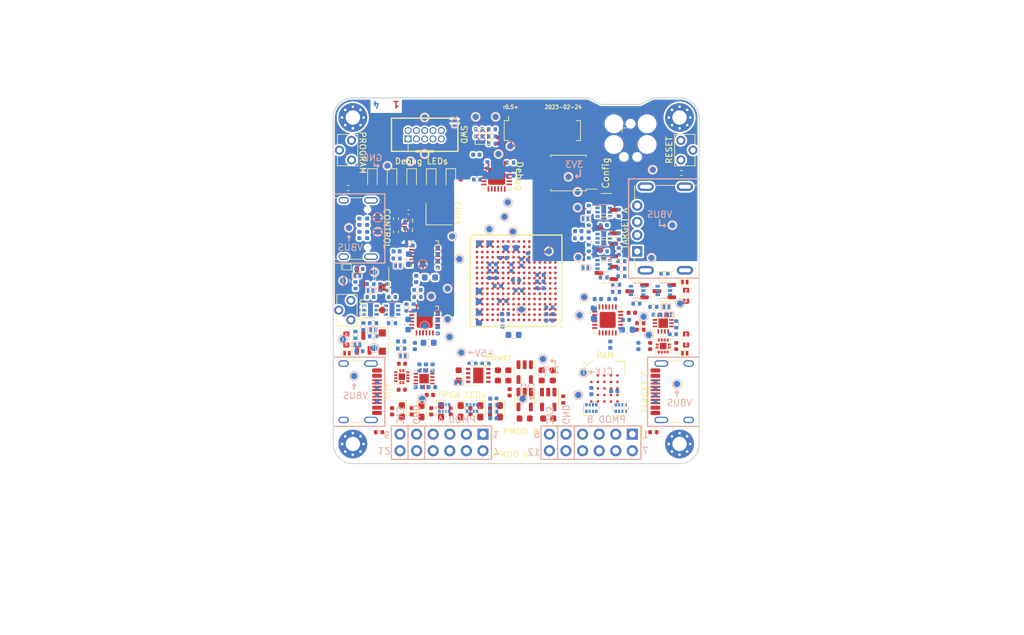
<source format=kicad_pcb>
(kicad_pcb (version 20211014) (generator pcbnew)
  (title_block (title "LUNA USB Multitool") (date "2023-02-24") (rev "r0.5+") (company "Copyright 2019-2023 Great Scott Gadgets") (comment 1 "Licensed under the CERN-OHL-P v2"))
  (layers (0 "F.Cu" signal) (1 "In1.Cu" signal) (2 "In2.Cu" signal) (31 "B.Cu" signal) (34 "B.Paste" user) (35 "F.Paste" user) (36 "B.SilkS" user "B.Silkscreen") (37 "F.SilkS" user "F.Silkscreen") (38 "B.Mask" user) (39 "F.Mask" user) (44 "Edge.Cuts" user))
  (net 0 "")
  (net 1 "+3V3")
  (net 2 "GND")
  (net 3 "+5V")
  (net 4 "+2V5")
  (net 5 "+1V1")
  (net 6 "Net-(C19-Pad2)")
  (net 7 "Net-(C21-Pad1)")
  (net 8 "VCCRAM")
  (net 9 "Net-(C36-Pad1)")
  (net 10 "Net-(C42-Pad1)")
  (net 11 "Net-(C48-Pad1)")
  (net 12 "Net-(D10-Pad1)")
  (net 13 "Net-(D11-Pad1)")
  (net 14 "Net-(D12-Pad1)")
  (net 15 "Net-(D13-Pad1)")
  (net 16 "Net-(D14-Pad1)")
  (net 18 "/Debugger and FPGA Configuration/FPGA_TMS")
  (net 19 "/Debugger and FPGA Configuration/FPGA_TCK")
  (net 20 "/Debugger and FPGA Configuration/~{FPGA_INIT}")
  (net 21 "/Debugger and FPGA Configuration/D0")
  (net 22 "/Debugger and FPGA Configuration/D1")
  (net 23 "/Debugger and FPGA Configuration/~{BTN_USER}")
  (net 24 "/Power Distribution and Monitoring/CONTROL_VBUS_EN")
  (net 25 "/Power Distribution and Monitoring/AUX_VBUS_EN")
  (net 26 "/Debugger and FPGA Configuration/FPGA_TDI")
  (net 27 "/Debugger and FPGA Configuration/FPGA_CFG2")
  (net 28 "/Debugger and FPGA Configuration/~{FPGA_PROGRAM}")
  (net 29 "/Debugger and FPGA Configuration/FPGA_INT")
  (net 31 "/Power Distribution and Monitoring/~{TARGET_C_VBUS_EN}")
  (net 32 "/Power Distribution and Monitoring/GPIO{slash}~{ALERT2}")
  (net 34 "/Debugger and FPGA Configuration/FPGA_CFG1")
  (net 35 "/Debugger and FPGA Configuration/FPGA_DONE")
  (net 36 "Net-(R8-Pad2)")
  (net 37 "Net-(R9-Pad2)")
  (net 38 "Net-(R10-Pad2)")
  (net 39 "Net-(R16-Pad2)")
  (net 40 "Net-(R17-Pad2)")
  (net 41 "Net-(R18-Pad2)")
  (net 42 "Net-(R19-Pad2)")
  (net 43 "Net-(R20-Pad2)")
  (net 44 "Net-(R21-Pad2)")
  (net 45 "Net-(D2-Pad1)")
  (net 46 "Net-(D3-Pad1)")
  (net 47 "Net-(D4-Pad1)")
  (net 48 "Net-(D5-Pad1)")
  (net 49 "Net-(D6-Pad1)")
  (net 50 "Net-(D7-Pad1)")
  (net 53 "Net-(IC1-PadB6)")
  (net 54 "Net-(IC1-PadB7)")
  (net 58 "Net-(IC1-PadC6)")
  (net 59 "Net-(IC1-PadC7)")
  (net 71 "/Power Distribution and Monitoring/~{PWRDN}")
  (net 74 "/Debugger and FPGA Configuration/FPGA_CFG0")
  (net 79 "/Debugger and FPGA Configuration/FPGA_CONFIG_CLK")
  (net 81 "/Debugger and FPGA Configuration/~{CS_DI}")
  (net 82 "/Debugger and FPGA Configuration/D3")
  (net 84 "/Power Distribution and Monitoring/SCL")
  (net 102 "Net-(D16-Pad2)")
  (net 103 "/Debugger and FPGA Configuration/FPGA_TDO")
  (net 104 "/Debugger and FPGA Configuration/D2")
  (net 107 "/Power Distribution and Monitoring/SDA")
  (net 133 "/RAM/RAM.~{RESET}")
  (net 139 "/RAM/RAM.~{CK}")
  (net 140 "/RAM/RAM.CK")
  (net 141 "/RAM/RAM.DQ2")
  (net 146 "Net-(IC1-PadE13)")
  (net 147 "/LEDs and Pmod/LED0")
  (net 148 "/LEDs and Pmod/LED3")
  (net 149 "/RAM/RAM.DQ3")
  (net 150 "/RAM/RAM.~{CS}")
  (net 153 "Net-(IC1-PadA3)")
  (net 154 "Net-(IC1-PadA4)")
  (net 155 "Net-(IC1-PadA5)")
  (net 156 "Net-(IC1-PadA6)")
  (net 159 "Net-(C57-Pad1)")
  (net 160 "Net-(IC1-PadD13)")
  (net 161 "/LEDs and Pmod/LED1")
  (net 162 "/RAM/RAM.DQ1")
  (net 163 "/RAM/RAM.RWDS")
  (net 164 "Net-(R11-Pad2)")
  (net 165 "/PMOD_B1")
  (net 166 "/PMOD_B0")
  (net 167 "/PMOD_B7")
  (net 168 "/PMOD_B6")
  (net 169 "/PMOD_B5")
  (net 170 "/PMOD_B4")
  (net 171 "/PMOD_B3")
  (net 172 "/PMOD_B2")
  (net 173 "/PMOD_A0")
  (net 174 "/PMOD_A1")
  (net 175 "/PMOD_A2")
  (net 176 "/PMOD_A3")
  (net 177 "/PMOD_A4")
  (net 178 "/PMOD_A5")
  (net 179 "/PMOD_A6")
  (net 180 "/PMOD_A7")
  (net 181 "Net-(IC1-PadC13)")
  (net 182 "/RAM/RAM.DQ5")
  (net 183 "/RAM/RAM.DQ0")
  (net 184 "/RAM/RAM.DQ4")
  (net 185 "Net-(IC1-PadB13)")
  (net 190 "/RAM/RAM.DQ7")
  (net 191 "/RAM/RAM.DQ6")
  (net 192 "/Clock and Pmod/CLKIN_60MHZ")
  (net 193 "Net-(C5-Pad1)")
  (net 194 "/LEDs and Pmod/LED5")
  (net 195 "/LEDs and Pmod/LED4")
  (net 196 "Net-(C23-Pad2)")
  (net 197 "/LEDs and Pmod/LED2")
  (net 198 "Net-(J1-PadS1)")
  (net 199 "Net-(J2-PadS1)")
  (net 201 "/Power Distribution and Monitoring/SLOW{slash}~{ALERT}")
  (net 202 "Net-(J3-Pad5)")
  (net 203 "Net-(D9-Pad2)")
  (net 204 "Net-(J4-PadS1)")
  (net 205 "/Debugger and FPGA Configuration/~{BTN_RESET}")
  (net 206 "Net-(R7-Pad2)")
  (net 207 "Net-(R52-Pad2)")
  (net 208 "/Debugger and FPGA Configuration/~{BTN_PROGRAM}")
  (net 210 "Net-(C63-Pad1)")
  (net 211 "/Power Distribution and Monitoring/TARGET_A_VBUS")
  (net 212 "/Power Distribution and Monitoring/TARGET_C_VBUS")
  (net 213 "Net-(D27-Pad1)")
  (net 214 "Net-(D27-Pad2)")
  (net 215 "CONTROL_VBUS_IN")
  (net 216 "TARGET_A_VBUS_IN")
  (net 217 "Net-(Q3-Pad2)")
  (net 218 "Net-(Q3-Pad3)")
  (net 219 "Net-(Q3-Pad5)")
  (net 220 "Net-(D28-Pad1)")
  (net 221 "AUX_VBUS_IN")
  (net 222 "Net-(D28-Pad2)")
  (net 223 "Net-(D29-Pad1)")
  (net 224 "TARGET_C_VBUS_IN")
  (net 225 "Net-(Q8-Pad2)")
  (net 226 "Net-(Q8-Pad5)")
  (net 227 "CONTROL_SENSE+")
  (net 228 "CONTROL_SENSE-")
  (net 229 "TARGET_A_SENSE-")
  (net 230 "TARGET_A_SENSE+")
  (net 231 "AUX_SENSE-")
  (net 232 "AUX_SENSE+")
  (net 233 "TARGET_C_SENSE-")
  (net 234 "TARGET_C_SENSE+")
  (net 235 "Net-(D17-Pad1)")
  (net 236 "Net-(D17-Pad2)")
  (net 237 "Net-(D20-Pad2)")
  (net 238 "Net-(D21-Pad1)")
  (net 239 "Net-(D21-Pad2)")
  (net 240 "Net-(Q11-Pad2)")
  (net 241 "Net-(Q11-Pad3)")
  (net 242 "Net-(Q11-Pad5)")
  (net 243 "Net-(Q11-Pad6)")
  (net 244 "Net-(D1-Pad2)")
  (net 245 "Net-(D8-Pad2)")
  (net 246 "Net-(R81-Pad2)")
  (net 262 "AUX_VBUS_CLAMPED")
  (net 263 "TARGET_C_VBUS_CLAMPED")
  (net 267 "Net-(D29-Pad2)")
  (net 268 "/Debugger and FPGA Configuration/MCU_SWDIO")
  (net 269 "/Debugger and FPGA Configuration/MCU_SWDCLK")
  (net 270 "/CONTROL Port/CONTROL_CC1")
  (net 271 "/CONTROL Port/CONTROL_PHY_1V8")
  (net 272 "/TARGET Port/TARGET_PHY_1V8")
  (net 273 "/TARGET Port/TARGET_VCONN")
  (net 274 "/CONTROL Port/CONTROL_CC2")
  (net 275 "/AUX Port/AUX_PHY_1V8")
  (net 276 "/AUX Port/AUX_VCONN")
  (net 277 "/AUX Port/AUX_CC1S")
  (net 278 "/AUX Port/AUX_CC2S")
  (net 279 "/TARGET Port/TARGET_CC1S")
  (net 280 "/TARGET Port/TARGET_CC2S")
  (net 281 "/CONTROL Port/CONTROL_RESET_DETECT")
  (net 282 "/CONTROL Port/CONTROL_VBUS_CLAMPED")
  (net 283 "/CONTROL Port/CONTROL_VBUS")
  (net 284 "/AUX Port/AUX_VBUS")
  (net 285 "/AUX Port/AUX_SCL")
  (net 286 "/AUX Port/AUX_SDA")
  (net 287 "/AUX Port/~{AUX_INT}")
  (net 288 "/AUX Port/~{AUX_FAULT}")
  (net 289 "/AUX Port/AUX_SBU2S")
  (net 290 "/AUX Port/AUX_SBU1S")
  (net 291 "/AUX Port/AUX.DATA4")
  (net 292 "/AUX Port/AUX.DATA5")
  (net 293 "/AUX Port/AUX.DATA3")
  (net 294 "/AUX Port/AUX.DATA2")
  (net 295 "/AUX Port/AUX.DATA7")
  (net 296 "/AUX Port/AUX.DATA6")
  (net 297 "/AUX Port/AUX.DATA1")
  (net 298 "/AUX Port/AUX.DATA0")
  (net 299 "/AUX Port/AUX.NXT")
  (net 300 "/AUX Port/AUX.DIR")
  (net 301 "/AUX Port/AUX.STP")
  (net 302 "/AUX Port/~{AUX_VBUS_IN_EN}")
  (net 303 "/AUX Port/AUX.~{RESET}")
  (net 304 "/AUX Port/AUX.CLK")
  (net 305 "/TARGET Port/TARGET_SBU2S")
  (net 306 "/TARGET Port/~{TARGET_FAULT}")
  (net 307 "/AUX Port/~{CONTROL_VBUS_IN_EN}")
  (net 308 "/TARGET Port/TARGET.STP")
  (net 309 "/TARGET Port/TARGET.DATA1")
  (net 310 "/CONTROL Port/CONTROL.DATA7")
  (net 311 "/TARGET Port/~{TARGET_INT}")
  (net 312 "/TARGET Port/TARGET_SBU1S")
  (net 313 "/TARGET Port/TARGET.~{RESET}")
  (net 314 "/TARGET Port/TARGET.DATA3")
  (net 315 "/TARGET Port/TARGET.DATA7")
  (net 316 "/CONTROL Port/CONTROL.DATA5")
  (net 317 "/CONTROL Port/CONTROL.DATA6")
  (net 318 "/TARGET Port/TARGET.DIR")
  (net 319 "/TARGET Port/TARGET.DATA0")
  (net 320 "/TARGET Port/TARGET.DATA2")
  (net 321 "/CONTROL Port/CONTROL.~{RESET}")
  (net 322 "/CONTROL Port/CONTROL.DATA4")
  (net 323 "/TARGET Port/TARGET.CLK")
  (net 324 "/TARGET Port/TARGET.NXT")
  (net 325 "/TARGET Port/TARGET.DATA5")
  (net 326 "/TARGET Port/TARGET.DATA4")
  (net 327 "/CONTROL Port/~{FPGA_SELF_PROGRAM}")
  (net 328 "/CONTROL Port/CONTROL.DATA1")
  (net 329 "/CONTROL Port/CONTROL.DATA3")
  (net 330 "/CONTROL Port/CONTROL.DATA2")
  (net 331 "/TARGET Port/TARGET_FS_MONITOR_D-")
  (net 332 "/TARGET Port/TARGET.DATA6")
  (net 333 "/CONTROL Port/CONTROL.CLK")
  (net 334 "/CONTROL Port/CONTROL.NXT")
  (net 335 "/CONTROL Port/CONTROL.DATA0")
  (net 336 "/TARGET Port/TARGET_FS_MONITOR_D+")
  (net 337 "/CONTROL Port/CONTROL.STP")
  (net 338 "/CONTROL Port/CONTROL.DIR")
  (net 339 "/AUX Port/AUX_CC1")
  (net 340 "/AUX Port/AUX_D+")
  (net 341 "/AUX Port/AUX_D-")
  (net 342 "/AUX Port/AUX_SBU1")
  (net 343 "/AUX Port/AUX_CC2")
  (net 344 "/AUX Port/AUX_SBU2")
  (net 345 "/CONTROL Port/CONTROL_D+")
  (net 346 "/CONTROL Port/CONTROL_D-")
  (net 347 "/TARGET Port/TARGET_D-")
  (net 348 "/TARGET Port/TARGET_D+")
  (net 349 "/TARGET Port/TARGET_CC1")
  (net 350 "/TARGET Port/TARGET_SBU1")
  (net 351 "/TARGET Port/TARGET_CC2")
  (net 352 "/TARGET Port/TARGET_SBU2")
  (net 353 "/CONTROL Port/CONTROL_SWITCH")
  (net 354 "/CONTROL Port/CONTROL_MCU_D-")
  (net 355 "/CONTROL Port/CONTROL_MCU_D+")
  (net 356 "/CONTROL Port/CONTROL_FPGA_D-")
  (net 357 "/CONTROL Port/CONTROL_FPGA_D+")
  (net 358 "Net-(Q10-Pad2)")
  (net 359 "Net-(Q10-Pad5)")
  (net 360 "/Power Distribution and Monitoring/TARGET_A_DISCHARGE")
  (net 361 "Net-(Q3-Pad6)")
  (net 362 "Net-(Q8-Pad3)")
  (net 363 "Net-(Q8-Pad6)")
  (net 364 "Net-(Q13-Pad2)")
  (net 365 "Net-(Q13-Pad5)")
  (net 366 "Net-(Q14-Pad2)")
  (net 367 "Net-(Q14-Pad5)")
  (net 368 "Net-(Q15-Pad2)")
  (footprint "LED_SMD:LED_0603_1608Metric_Pad1.05x0.95mm_HandSolder" (layer "F.Cu") (at 122 76.5 -90)
    (fp_text reference "D14" hide)
    (fp_text value "ICE BLUE" hide)
  )
  (footprint "Capacitor_SMD:C_0402_1005Metric" (layer "F.Cu") (at 118.8 109.5 180)
    (fp_text reference "C49" hide)
    (fp_text value "0.1uF" hide)
  )
  (footprint "Package_DFN_QFN:VQFN-24-1EP_4x4mm_P0.5mm_EP2.45x2.45mm" (layer "F.Cu") (at 146 98)
    (fp_text reference "U9" hide)
    (fp_text value "USB3343-CP" hide)
  )
  (footprint "Resistor_SMD:R_0402_1005Metric" (layer "F.Cu") (at 149.7 96.9 180)
    (fp_text reference "R19" hide)
    (fp_text value "20k" hide)
  )
  (footprint "LED_SMD:LED_0603_1608Metric_Pad1.05x0.95mm_HandSolder" (layer "F.Cu") (at 113 76.5 -90)
    (fp_text reference "D11" hide)
    (fp_text value "PINK" hide)
  )
  (footprint "Package_DFN_QFN:QFN-24-1EP_4x4mm_P0.5mm_EP2.6x2.6mm" (layer "F.Cu") (at 129 76)
    (fp_text reference "U6" hide)
    (fp_text value "ATSAMD11D14A-MUT" hide)
  )
  (footprint "Capacitor_SMD:C_0603_1608Metric" (layer "F.Cu") (at 135.9 106.5 90)
    (fp_text reference "C30" hide)
    (fp_text value "1uF" hide)
  )
  (footprint "Capacitor_SMD:C_0603_1608Metric" (layer "F.Cu") (at 130.8 106.5 -90)
    (fp_text reference "C28" hide)
    (fp_text value "1uF" hide)
  )
  (footprint "Package_DFN_QFN:DFN-8-1EP_3x3mm_P0.65mm_EP1.55x2.4mm" (layer "F.Cu") (at 126.2 106.5 180)
    (fp_text reference "U3" hide)
    (fp_text value "AP7361EA-33" hide)
  )
  (footprint "LED_SMD:LED_0603_1608Metric_Pad1.05x0.95mm_HandSolder" (layer "F.Cu") (at 116 76.5 -90)
    (fp_text reference "D12" hide)
    (fp_text value "WHITE" hide)
  )
  (footprint "LED_SMD:LED_0603_1608Metric_Pad1.05x0.95mm_HandSolder" (layer "F.Cu") (at 119 76.5 -90)
    (fp_text reference "D13" hide)
    (fp_text value "PINK" hide)
  )
  (footprint "Package_DFN_QFN:VQFN-24-1EP_4x4mm_P0.5mm_EP2.45x2.45mm" (layer "F.Cu") (at 118 98 180)
    (fp_text reference "U11" hide)
    (fp_text value "USB3343-CP" hide)
  )
  (footprint "LED_SMD:LED_0603_1608Metric_Pad1.05x0.95mm_HandSolder" (layer "F.Cu") (at 110 76.5 -90)
    (fp_text reference "D10" hide)
    (fp_text value "ICE BLUE" hide)
  )
  (footprint "Diode_SMD:D_SOD-123F" (layer "F.Cu") (at 111.5 91.6 90)
    (fp_text reference "D8" hide)
    (fp_text value "D" hide)
  )
  (footprint "Capacitor_SMD:C_0603_1608Metric" (layer "F.Cu") (at 123.2 106.5 90)
    (fp_text reference "C6" hide)
    (fp_text value "1uF" hide)
  )
  (footprint "Capacitor_SMD:C_0603_1608Metric" (layer "F.Cu") (at 129.2 106.5 90)
    (fp_text reference "C20" hide)
    (fp_text value "2.2uF" hide)
  )
  (footprint "Diode_SMD:D_SOD-123F" (layer "F.Cu") (at 111.5 101.4 -90)
    (fp_text reference "D1" hide)
    (fp_text value "D" hide)
  )
  (footprint "Package_TO_SOT_SMD:SOT-23-5" (layer "F.Cu") (at 133.3 106 -90)
    (fp_text reference "U5" hide)
    (fp_text value "MIC5504-2.5YM5" hide)
  )
  (footprint "Capacitor_SMD:C_0603_1608Metric" (layer "F.Cu") (at 133.3 113.1 180)
    (fp_text reference "C29" hide)
    (fp_text value "1uF" hide)
  )
  (footprint "Crystal:Crystal_SMD_3225-4Pin_3.2x2.5mm" (layer "F.Cu") (at 120.2 81.8)
    (fp_text reference "Y1" hide)
    (fp_text value "Osc60MHz" hide)
  )
  (footprint "Capacitor_SMD:C_0402_1005Metric" (layer "F.Cu") (at 131 109.1 -90)
    (fp_text reference "C27" hide)
    (fp_text value "0.1uF" hide)
  )
  (footprint "Package_SO:SOIC-8_5.23x5.23mm_P1.27mm" (layer "F.Cu") (at 140 75.5 180)
    (fp_text reference "U7" hide)
    (fp_text value "W25Q32JVSS" hide)
  )
  (footprint "luna:WLCSP-16_2.225x2.170mm_Layout4x4_P0.5mm" (layer "F.Cu") (at 126.9 69.9 -90)
    (fp_text reference "U1" hide)
    (fp_text value "PAC195X-1-WLCSP" hide)
  )
  (footprint "Package_TO_SOT_SMD:SOT-23-5" (layer "F.Cu") (at 133.3 110.2 -90)
    (fp_text reference "U4" hide)
    (fp_text value "TCR2EF115" hide)
  )
  (footprint "Package_DFN_QFN:WQFN-14-1EP_2.5x2.5mm_P0.5mm_EP1.45x1.45mm" (layer "F.Cu") (at 117.9 107 90)
    (fp_text reference "U12" hide)
    (fp_text value "FUSB302BMPX" hide)
  )
  (footprint "luna:R_0603_1608Metric_Current_Sense" (layer "F.Cu") (at 158 94.3 90)
    (fp_text reference "R2" hide)
    (fp_text value "0.02±1%" hide)
  )
  (footprint "luna:R_0603_1608Metric_Current_Sense" (layer "F.Cu") (at 106 92 -90)
    (fp_text reference "R1" hide)
    (fp_text value "0.02±1%" hide)
  )
  (footprint "luna:USB_A_Kycon_KUSBXHT-SB-AS1N-B30-NF_Horizontal" (layer "F.Cu") (at 150.525 87.5 90)
    (fp_text reference "J3" hide)
    (fp_text value "USB_A" hide)
  )
  (footprint "Capacitor_SMD:C_0402_1005Metric" (layer "F.Cu") (at 117.5 81.8 -90)
    (fp_text reference "C10" hide)
    (fp_text value "0.1uF" hide)
  )
  (footprint "LED_SMD:LED_0603_1608Metric_Pad1.05x0.95mm_HandSolder" (layer "F.Cu") (at 129.5 112 -90)
    (fp_text reference "D7" hide)
    (fp_text value "PURPLE" hide)
  )
  (footprint "LED_SMD:LED_0603_1608Metric_Pad1.05x0.95mm_HandSolder" (layer "F.Cu") (at 120.5 112 -90)
    (fp_text reference "D4" hide)
    (fp_text value "YELLOW" hide)
  )
  (footprint "LED_SMD:LED_0603_1608Metric_Pad1.05x0.95mm_HandSolder" (layer "F.Cu") (at 117.5 112 -90)
    (fp_text reference "D3" hide)
    (fp_text value "ORANGE" hide)
  )
  (footprint "Resistor_SMD:R_0402_1005Metric" (layer "F.Cu") (at 122 112 90)
    (fp_text reference "R29" hide)
    (fp_text value "10k" hide)
  )
  (footprint "Resistor_SMD:R_0402_1005Metric" (layer "F.Cu") (at 128 112 90)
    (fp_text reference "R31" hide)
    (fp_text value "2.2k" hide)
  )
  (footprint "Resistor_SMD:R_0402_1005Metric" (layer "F.Cu") (at 113 112 90)
    (fp_text reference "R26" hide)
    (fp_text value "1k" hide)
  )
  (footprint "LED_SMD:LED_0603_1608Metric_Pad1.05x0.95mm_HandSolder" (layer "F.Cu") (at 123.5 112 -90)
    (fp_text reference "D5" hide)
    (fp_text value "GREEN" hide)
  )
  (footprint "Resistor_SMD:R_0402_1005Metric" (layer "F.Cu") (at 119 112 90)
    (fp_text reference "R28" hide)
    (fp_text value "1k" hide)
  )
  (footprint "LED_SMD:LED_0603_1608Metric_Pad1.05x0.95mm_HandSolder" (layer "F.Cu") (at 114.5 112 -90)
    (fp_text reference "D2" hide)
    (fp_text value "RED" hide)
  )
  (footprint "Resistor_SMD:R_0402_1005Metric" (layer "F.Cu") (at 116 112 90)
    (fp_text reference "R27" hide)
    (fp_text value "1k" hide)
  )
  (footprint "Resistor_SMD:R_0402_1005Metric" (layer "F.Cu") (at 125 112 90)
    (fp_text reference "R30" hide)
    (fp_text value "2.2k" hide)
  )
  (footprint "LED_SMD:LED_0603_1608Metric_Pad1.05x0.95mm_HandSolder" (layer "F.Cu") (at 126.5 112 -90)
    (fp_text reference "D6" hide)
    (fp_text value "BLUE" hide)
  )
  (footprint "Package_DFN_QFN:VQFN-24-1EP_4x4mm_P0.5mm_EP2.45x2.45mm" (layer "F.Cu") (at 118 88 180)
    (fp_text reference "U8" hide)
    (fp_text value "USB3343-CP" hide)
  )
  (footprint "Resistor_SMD:R_0402_1005Metric" (layer "F.Cu") (at 114.5 76 -90)
    (fp_text reference "R8" hide)
    (fp_text value "2.2k" hide)
  )
  (footprint "Resistor_SMD:R_0402_1005Metric" (layer "F.Cu") (at 111.5 76 -90)
    (fp_text reference "R7" hide)
    (fp_text value "5.1k" hide)
  )
  (footprint "Resistor_SMD:R_0402_1005Metric" (layer "F.Cu") (at 123.5 76 -90)
    (fp_text reference "R11" hide)
    (fp_text value "5.1k" hide)
  )
  (footprint "Resistor_SMD:R_0402_1005Metric" (layer "F.Cu") (at 120.5 76 -90)
    (fp_text reference "R10" hide)
    (fp_text value "2.2k" hide)
  )
  (footprint "Resistor_SMD:R_0402_1005Metric" (layer "F.Cu") (at 117.5 76 -90)
    (fp_text reference "R9" hide)
    (fp_text value "2.2k" hide)
  )
  (footprint "Capacitor_SMD:C_0402_1005Metric" (layer "F.Cu") (at 129.2 70.5 90)
    (fp_text reference "C40" hide)
    (fp_text value "C" hide)
  )
  (footprint "luna:R_0603_1608Metric_Current_Sense" (layer "F.Cu") (at 106 101 -90)
    (fp_text reference "R42" hide)
    (fp_text value "0.02±1%" hide)
  )
  (footprint "luna:SW_Tactile_SPST_Angled_TC-1109DE-B-F" (layer "F.Cu") (at 157.2 73.5 -90)
    (fp_text reference "SW2" hide)
    (fp_text value "BTN_RESET" hide)
  )
  (footprint "luna:SW_Tactile_SPST_Angled_TC-1109DE-B-F" (layer "F.Cu") (at 106.8 70.5 90)
    (fp_text reference "SW1" hide)
    (fp_text value "BTN_PROGRAM" hide)
  )
  (footprint "Connector:Tag-Connect_TC2030-IDC-FP_2x03_P1.27mm_Vertical" (layer "F.Cu") (at 149.5 70.5 -90)
    (fp_text reference "J10" hide)
    (fp_text value "TC_SWD" hide)
  )
  (footprint "luna:PinSocket_2x06_P2.54mm_PMOD" (layer "F.Cu") (at 126.92 115.5 90)
    (fp_text reference "J7" hide)
    (fp_text value "PMOD_A" hide)
  )
  (footprint "luna:PinSocket_2x06_P2.54mm_PMOD" (layer "F.Cu") (at 149.78 115.5 90)
    (fp_text reference "J8" hide)
    (fp_text value "PMOD_B" hide)
  )
  (footprint "luna:lattice_cabga256" (layer "F.Cu") (at 132 92 180)
    (fp_text reference "IC1" hide)
    (fp_text value "ECP5-BGA256" hide)
  )
  (footprint "luna:USB_C_Receptacle_HRO_TYPE-C-31-M-12" (layer "F.Cu") (at 106.65 109 -90)
    (fp_text reference "J1" hide)
    (fp_text value "USB_C_Receptacle_USB2.0" hide)
  )
  (footprint "luna:USB_C_Receptacle_HRO_TYPE-C-31-M-12" (layer "F.Cu") (at 106.65 84 -90)
    (fp_text reference "J2" hide)
    (fp_text value "USB_C_Receptacle_USB2.0" hide)
  )
  (footprint "luna:USB_C_Receptacle_HRO_TYPE-C-31-M-12" (layer "F.Cu") (at 157.35 109 90)
    (fp_text reference "J4" hide)
    (fp_text value "USB_C_Receptacle_USB2.0" hide)
  )
  (footprint "luna:BGA-24_5x5_6.0x8.0mm" (layer "F.Cu") (at 145.5 108.5)
    (fp_text reference "U10")
    (fp_text value "HyperRAM" hide)
  )
  (footprint "luna:SWD_CONNECTOR_LARGE_BOX" (layer "F.Cu") (at 118 69.635)
    (fp_text reference "J6" hide)
    (fp_text value "MCU_SWD" hide)
  )
  (footprint "Package_DFN_QFN:WQFN-14-1EP_2.5x2.5mm_P0.5mm_EP1.45x1.45mm" (layer "F.Cu") (at 154.5 98.5 180)
    (fp_text reference "U2" hide)
    (fp_text value "FUSB302BMPX" hide)
  )
  (footprint "Capacitor_SMD:C_0603_1608Metric" (layer "F.Cu") (at 137.6 106.5 90)
    (fp_text reference "C59" hide)
    (fp_text value "1uF" hide)
  )
  (footprint "Resistor_SMD:R_0402_1005Metric" (layer "F.Cu") (at 153 115.2)
    (fp_text reference "R50" hide)
    (fp_text value "0" hide)
  )
  (footprint "Capacitor_SMD:C_0402_1005Metric" (layer "F.Cu") (at 114.52 104.7)
    (fp_text reference "C58" hide)
    (fp_text value "0.1uF" hide)
  )
  (footprint "Package_TO_SOT_SMD:SOT-23-5" (layer "F.Cu") (at 136.9 110.2 -90)
    (fp_text reference "U15" hide)
    (fp_text value "MIC5504-1.8YM5" hide)
  )
  (footprint "Capacitor_SMD:C_0402_1005Metric" (layer "F.Cu") (at 152.5 102 90)
    (fp_text reference "C56" hide)
    (fp_text value "0.1uF" hide)
  )
  (footprint "luna:R_0603_1608Metric_Current_Sense" (layer "F.Cu") (at 158 101 -90)
    (fp_text reference "R59" hide)
    (fp_text value "0.02±1%" hide)
  )
  (footprint "Capacitor_SMD:C_0402_1005Metric" (layer "F.Cu") (at 114.5 108.7)
    (fp_text reference "C63" hide)
    (fp_text value "0.1uF" hide)
  )
  (footprint "Resistor_SMD:R_0402_1005Metric" (layer "F.Cu") (at 111 115.2)
    (fp_text reference "R43" hide)
    (fp_text value "0" hide)
  )
  (footprint "Package_TO_SOT_SMD:SOT-23-3" (layer "F.Cu") (at 108.6 91.5 -90)
    (fp_text reference "Q9" hide)
    (fp_text value "PMOS" hide)
  )
  (footprint "Package_TO_SOT_SMD:SOT-23-3" (layer "F.Cu") (at 145.8 83.8 180)
    (fp_text reference "Q1" hide)
    (fp_text value "PMOS" hide)
  )
  (footprint "Resistor_SMD:R_0402_1005Metric" (layer "F.Cu") (at 157.29 75.5)
    (fp_text reference "R4" hide)
    (fp_text value "0" hide)
  )
  (footprint "Capacitor_SMD:C_0603_1608Metric" (layer "F.Cu") (at 136.9 113.1 180)
    (fp_text reference "C60" hide)
    (fp_text value "1uF" hide)
  )
  (footprint "Capacitor_SMD:C_0402_1005Metric" (layer "F.Cu") (at 156.5 102 90)
    (fp_text reference "C57" hide)
    (fp_text value "0.1uF" hide)
  )
  (footprint "Package_TO_SOT_SMD:SOT-23-3" (layer "F.Cu") (at 150.5 93.6 180)
    (fp_text reference "Q6" hide)
    (fp_text value "PMOS" hide)
  )
  (footprint "Resistor_SMD:R_0402_1005Metric" (layer "F.Cu") (at 139.2 110.2 -90)
    (fp_text reference "R54" hide)
    (fp_text value "0" hide)
  )
  (footprint "Package_TO_SOT_SMD:SOT-23-3" (layer "F.Cu") (at 108.6 101.5375 90)
    (fp_text reference "Q12" hide)
    (fp_text value "PMOS" hide)
  )
  (footprint "Capacitor_SMD:C_0402_1005Metric" (layer "F.Cu") (at 115.5 81.5)
    (fp_text reference "C61" hide)
    (fp_text value "0.1uF" hide)
  )
  (footprint "luna:Diodes_UQFN2020-12_Type-B" (layer "F.Cu") (at 114.5 106.7)
    (fp_text reference "U14" hide)
    (fp_text value "DPO2036" hide)
  )
  (footprint "luna:DFN1006-2" (layer "F.Cu") (at 106.1 89.9)
    (fp_text reference "D23" hide)
    (fp_text value "TVS" hide)
  )
  (footprint "MountingHole:MountingHole_2.2mm_M2_Pad_Via" (layer "F.Cu") (at 157 117)
    (fp_text reference "H4" hide)
    (fp_text value "MountingHole" hide)
  )
  (footprint "Resistor_SMD:R_0402_1005Metric" (layer "F.Cu") (at 113.6 84.5 90)
    (fp_text reference "R56" hide)
    (fp_text value "820k" hide)
  )
  (footprint "TestPoint:TestPoint_Pad_D1.0mm" (layer "F.Cu") (at 111.5 96.5)
    (fp_text reference "TP49" hide)
    (fp_text value "TestPoint" hide)
  )
  (footprint "Package_TO_SOT_SMD:SOT-23-3" (layer "F.Cu") (at 145.8 90.8 180)
    (fp_text reference "Q4" hide)
    (fp_text value "PMOS" hide)
  )
  (footprint "luna:DFN1006-2" (layer "F.Cu") (at 106.1 103.1)
    (fp_text reference "D25" hide)
    (fp_text value "TVS" hide)
  )
  (footprint "Connector_Molex:Molex_SlimStack_55560-0401_2x20_P0.50mm_Vertical" (layer "F.Cu") (at 136 69)
    (fp_text reference "J9" hide)
    (fp_text value "Molex_SlimStack_55560-0401_2x20_P0.50mm_Vertical" hide)
  )
  (footprint "MountingHole:MountingHole_2.2mm_M2_Pad_Via" (layer "F.Cu") (at 107 67)
    (fp_text reference "H2" hide)
    (fp_text value "MountingHole" hide)
  )
  (footprint "luna:DFN1006-2" (layer "F.Cu") (at 157.8 92.2)
    (fp_text reference "D24" hide)
    (fp_text value "TVS" hide)
  )
  (footprint "Resistor_SMD:R_0402_1005Metric" (layer "F.Cu") (at 151 98.5)
    (fp_text reference "R58" hide)
    (fp_text value "1k" hide)
  )
  (footprint "Package_TO_SOT_SMD:SOT-23-3" (layer "F.Cu") (at 145.8 87.3 180)
    (fp_text reference "Q5" hide)
    (fp_text value "PMOS" hide)
  )
  (footprint "luna:Diodes_UQFN2020-12_Type-B" (layer "F.Cu") (at 154.5 102 90)
    (fp_text reference "U13" hide)
    (fp_text value "DPO2036" hide)
  )
  (footprint "luna:DFN1006-2" (layer "F.Cu") (at 157.8 103.1)
    (fp_text reference "D26" hide)
    (fp_text value "TVS" hide)
  )
  (footprint "luna:SW_Tactile_SPST_Angled_TC-1109DE-B-F" (layer "F.Cu") (at 106.7 95 90)
    (fp_text reference "SW3" hide)
    (fp_text value "BTN_USER" hide)
  )
  (footprint "Resistor_SMD:R_0402_1005Metric" (layer "F.Cu") (at 106.29 77.8)
    (fp_text reference "R51" hide)
    (fp_text value "0" hide)
  )
  (footprint "MountingHole:MountingHole_2.2mm_M2_Pad_Via" (layer "F.Cu") (at 157 67)
    (fp_text reference "H3" hide)
    (fp_text value "MountingHole" hide)
  )
  (footprint "MountingHole:MountingHole_2.2mm_M2_Pad_Via" (layer "F.Cu") (at 107 117)
    (fp_text reference "H1" hide)
    (fp_text value "MountingHole" hide)
  )
  (footprint "Resistor_SMD:R_0402_1005Metric" (layer "F.Cu") (at 113.6 82.5 90)
    (fp_text reference "R55" hide)
    (fp_text value "820k" hide)
  )
  (footprint "luna:Diodes_10-TQFN_ZL" (layer "F.Cu") (at 115.4 83.5)
    (fp_text reference "U16" hide)
    (fp_text value "PI3USB102G" hide)
  )
  (footprint "Package_TO_SOT_SMD:SOT-23-3" (layer "F.Cu") (at 154.6625 93.6 180)
    (fp_text reference "Q7" hide)
    (fp_text value "PMOS" hide)
  )
  (footprint "Resistor_SMD:R_0402_1005Metric" (layer "F.Cu") (at 151 99.5)
    (fp_text reference "R57" hide)
    (fp_text value "1k" hide)
  )
  (footprint "Package_TO_SOT_SMD:SOT-23-3" (layer "F.Cu") (at 145.8 80.2 180)
    (fp_text reference "Q2" hide)
    (fp_text value "PMOS" hide)
  )
  (footprint "Capacitor_SMD:C_0603_1608Metric" (layer "B.Cu") (at 131.6 100.3)
    (fp_text reference "C22" hide)
    (fp_text value "1uF" hide)
  )
  (footprint "Resistor_SMD:R_0402_1005Metric" (layer "B.Cu") (at 120 89.5 90)
    (fp_text reference "R22" hide)
    (fp_text value "10k" hide)
  )
  (footprint "TestPoint:TestPoint_Pad_D1.0mm" (layer "B.Cu") (at 130.2 82.2)
    (fp_text reference "TP14" hide)
    (fp_text value "TestPoint" hide)
  )
  (footprint "TestPoint:TestPoint_Pad_D1.0mm" (layer "B.Cu") (at 141.4 78.4)
    (fp_text reference "TP11" hide)
    (fp_text value "TestPoint" hide)
  )
  (footprint "Resistor_SMD:R_0402_1005Metric" (layer "B.Cu") (at 144.5 94.8)
    (fp_text reference "R23" hide)
    (fp_text value "10k" hide)
  )
  (footprint "Resistor_SMD:R_0402_1005Metric" (layer "B.Cu") (at 130.304 97.08 180)
    (fp_text reference "R5" hide)
    (fp_text value "2.2k" hide)
  )
  (footprint "Resistor_SMD:R_0402_1005Metric" (layer "B.Cu") (at 129.904 98.545 90)
    (fp_text reference "R6" hide)
    (fp_text value "10k" hide)
  )
  (footprint "Capacitor_SMD:C_0402_1005Metric" (layer "B.Cu") (at 131.977 91.9365)
    (fp_text reference "C9" hide)
    (fp_text value "0.1uF" hide)
  )
  (footprint "Capacitor_SMD:C_0402_1005Metric" (layer "B.Cu") (at 128.4 91.578 180)
    (fp_text reference "C16" hide)
    (fp_text value "0.1uF" hide)
  )
  (footprint "Resistor_SMD:R_0402_1005Metric" (layer "B.Cu") (at 113.7 87.5)
    (fp_text reference "R17" hide)
    (fp_text value "20k" hide)
  )
  (footprint "Capacitor_SMD:C_0402_1005Metric" (layer "B.Cu") (at 129.2 92.8)
    (fp_text reference "C8" hide)
    (fp_text value "0.1uF" hide)
  )
  (footprint "TestPoint:TestPoint_Pad_D1.0mm" (layer "B.Cu") (at 131.5 84.5)
    (fp_text reference "TP13" hide)
    (fp_text value "TestPoint" hide)
  )
  (footprint "TestPoint:TestPoint_Pad_D1.0mm" (layer "B.Cu") (at 140 76.1)
    (fp_text reference "TP3" hide)
    (fp_text value "TestPoint" hide)
  )
  (footprint "Capacitor_SMD:C_0402_1005Metric" (layer "B.Cu") (at 148.815 98 180)
    (fp_text reference "C44" hide)
    (fp_text value "0.1uF" hide)
  )
  (footprint "Capacitor_SMD:C_0603_1608Metric" (layer "B.Cu") (at 143.9 97 -90)
    (fp_text reference "C43" hide)
    (fp_text value "1uF" hide)
  )
  (footprint "Capacitor_SMD:C_0402_1005Metric" (layer "B.Cu") (at 147 108.9)
    (fp_text reference "C31" hide)
    (fp_text value "0.1uF" hide)
  )
  (footprint "Capacitor_SMD:C_0402_1005Metric" (layer "B.Cu") (at 127.6 74.3 -90)
    (fp_text reference "C34" hide)
    (fp_text value "0.1uF" hide)
  )
  (footprint "Capacitor_SMD:C_0603_1608Metric" (layer "B.Cu") (at 118.8 91.5)
    (fp_text reference "C37" hide)
    (fp_text value "1uF" hide)
  )
  (footprint "Capacitor_SMD:C_0402_1005Metric" (layer "B.Cu") (at 135.683 92.127)
    (fp_text reference "C39" hide)
    (fp_text value "0.1uF" hide)
  )
  (footprint "TestPoint:TestPoint_Pad_D1.0mm" (layer "B.Cu") (at 136.1 104)
    (fp_text reference "TP5" hide)
    (fp_text value "TestPoint" hide)
  )
  (footprint "Capacitor_SMD:C_0402_1005Metric" (layer "B.Cu") (at 133.8 88.3 90)
    (fp_text reference "C12" hide)
    (fp_text value "0.1uF" hide)
  )
  (footprint "Capacitor_SMD:C_0603_1608Metric" (layer "B.Cu") (at 126.3 97.7 90)
    (fp_text reference "C1" hide)
    (fp_text value "2.2uF" hide)
  )
  (footprint "TestPoint:TestPoint_Pad_D1.0mm" (layer "B.Cu") (at 142.3 106.1)
    (fp_text reference "TP1" hide)
    (fp_text value "TestPoint" hide)
  )
  (footprint "Capacitor_SMD:C_0402_1005Metric" (layer "B.Cu") (at 135.683 93.143)
    (fp_text reference "C33" hide)
    (fp_text value "0.1uF" hide)
  )
  (footprint "Capacitor_SMD:C_0402_1005Metric" (layer "B.Cu") (at 132.8 89.2 90)
    (fp_text reference "C7" hide)
    (fp_text value "0.1uF" hide)
  )
  (footprint "Resistor_SMD:R_0402_1005Metric" (layer "B.Cu") (at 116.7 91.715 90)
    (fp_text reference "R16" hide)
    (fp_text value "8.06k±1%" hide)
  )
  (footprint "Resistor_SMD:R_0402_1005Metric" (layer "B.Cu") (at 114.4 101.3)
    (fp_text reference "R21" hide)
    (fp_text value "20k" hide)
  )
  (footprint "Capacitor_SMD:C_0402_1005Metric" (layer "B.Cu") (at 131.27 90 90)
    (fp_text reference "C11" hide)
    (fp_text value "0.1uF" hide)
  )
  (footprint "Capacitor_SMD:C_0402_1005Metric" (layer "B.Cu") (at 135.706 91.111)
    (fp_text reference "C26" hide)
    (fp_text value "0.1uF" hide)
  )
  (footprint "Capacitor_SMD:C_0402_1005Metric" (layer "B.Cu") (at 146.4 101.8 90)
    (fp_text reference "C41" hide)
    (fp_text value "0.1uF" hide)
  )
  (footprint "Capacitor_SMD:C_0402_1005Metric" (layer "B.Cu") (at 143.5 108.9 90)
    (fp_text reference "C32" hide)
    (fp_text value "0.1uF" hide)
  )
  (footprint "Capacitor_SMD:C_0402_1005Metric" (layer "B.Cu") (at 115.7 86.6)
    (fp_text reference "C38" hide)
    (fp_text value "0.1uF" hide)
  )
  (footprint "Capacitor_SMD:C_0603_1608Metric" (layer "B.Cu") (at 149 99.5 180)
    (fp_text reference "C42" hide)
    (fp_text value "1uF" hide)
  )
  (footprint "Capacitor_SMD:C_0402_1005Metric" (layer "B.Cu") (at 116.3 96.085 90)
    (fp_text reference "C46" hide)
    (fp_text value "0.1uF" hide)
  )
  (footprint "Resistor_SMD:R_0402_1005Metric" (layer "B.Cu") (at 115 83.5 -90)
    (fp_text reference "R15" hide)
    (fp_text value "10k" hide)
  )
  (footprint "Capacitor_SMD:C_0603_1608Metric" (layer "B.Cu") (at 131.2 87)
    (fp_text reference "C4" hide)
    (fp_text value "2.2uF" hide)
  )
  (footprint "Capacitor_SMD:C_0603_1608Metric" (layer "B.Cu") (at 118.6 101.5)
    (fp_text reference "C50" hide)
    (fp_text value "1uF" hide)
  )
  (footprint "Resistor_SMD:R_0402_1005Metric" (layer "B.Cu") (at 120 99.6 90)
    (fp_text reference "R24" hide)
    (fp_text value "10k" hide)
  )
  (footprint "Resistor_SMD:R_0402_1005Metric" (layer "B.Cu") (at 116.5 102 90)
    (fp_text reference "R20" hide)
    (fp_text value "8.06k±1%" hide)
  )
  (footprint "Capacitor_SMD:C_0603_1608Metric" (layer "B.Cu") (at 115.5 98.7 -90)
    (fp_text reference "C48" hide)
    (fp_text value "1uF" hide)
  )
  (footprint "Capacitor_SMD:C_0603_1608Metric" (layer "B.Cu") (at 115.6 88.7 -90)
    (fp_text reference "C36" hide)
    (fp_text value "1uF" hide)
  )
  (footprint "Resistor_SMD:R_0402_1005Metric" (layer "B.Cu") (at 117.2 105.3 -90)
    (fp_text reference "R33" hide)
    (fp_text value "2.2k" hide)
  )
  (footprint "Capacitor_SMD:C_0402_1005Metric" (layer "B.Cu") (at 120 97.6 90)
    (fp_text reference "C18" hide)
    (fp_text value "0.1uF" hide)
  )
  (footprint "Capacitor_SMD:C_0402_1005Metric" (layer "B.Cu") (at 120 87.5 90)
    (fp_text reference "C14" hide)
    (fp_text value "0.1uF" hide)
  )
  (footprint "TestPoint:TestPoint_Pad_D1.0mm" (layer "B.Cu") (at 133 110.1)
    (fp_text reference "TP4" hide)
    (fp_text value "TestPoint" hide)
  )
  (footprint "Resistor_SMD:R_0402_1005Metric" (layer "B.Cu") (at 147.7 85.2 90)
    (fp_text reference "R41" hide)
    (fp_text value "10k" hide)
  )
  (footprint "Resistor_SMD:R_0402_1005Metric" (layer "B.Cu") (at 137.1 96.1)
    (fp_text reference "R12" hide)
    (fp_text value "10k" hide)
  )
  (footprint "Resistor_SMD:R_Array_Convex_4x0402" (layer "B.Cu") (at 125.25 111.5 -90)
    (fp_text reference "RN2" hide)
    (fp_text value "33" hide)
  )
  (footprint "Resistor_SMD:R_Array_Convex_4x0402" (layer "B.Cu") (at 121 111.5 -90)
    (fp_text reference "RN1" hide)
    (fp_text value "33" hide)
  )
  (footprint "Resistor_SMD:R_0402_1005Metric" (layer "B.Cu") (at 137.1 98.1)
    (fp_text reference "R14" hide)
    (fp_text value "10k" hide)
  )
  (footprint "Resistor_SMD:R_0402_1005Metric" (layer "B.Cu") (at 137.1 97.1)
    (fp_text reference "R13" hide)
    (fp_text value "10k" hide)
  )
  (footprint "Capacitor_SMD:C_0402_1005Metric" (layer "B.Cu") (at 130.05 88.52)
    (fp_text reference "C35" hide)
    (fp_text value "0.1uF" hide)
  )
  (footprint "Resistor_SMD:R_0402_1005Metric" (layer "B.Cu") (at 145.4 83.5 180)
    (fp_text reference "R3" hide)
    (fp_text value "33k" hide)
  )
  (footprint "Resistor_SMD:R_0402_1005Metric" (layer "B.Cu") (at 141.5 84.4 180)
    (fp_text reference "R40" hide)
    (fp_text value "2.2k" hide)
  )
  (footprint "Resistor_SMD:R_0402_1005Metric" (layer "B.Cu") (at 146.7 94.8)
    (fp_text reference "R18" hide)
    (fp_text value "8.06k±1%" hide)
  )
  (footprint "Resistor_SMD:R_0402_1005Metric" (layer "B.Cu") (at 119.1 108.3)
    (fp_text reference "R32" hide)
    (fp_text value "0" hide)
  )
  (footprint "TestPoint:TestPoint_Pad_D1.0mm" (layer "B.Cu") (at 132.8 96.4)
    (fp_text reference "TP12" hide)
    (fp_text value "TestPoint" hide)
  )
  (footprint "TestPoint:TestPoint_Pad_D1.0mm" (layer "B.Cu") (at 127.9 84.1)
    (fp_text reference "TP10" hide)
    (fp_text value "TestPoint" hide)
  )
  (footprint "Capacitor_SMD:C_0402_1005Metric" (layer "B.Cu") (at 132.4 93.5)
    (fp_text reference "C17" hide)
    (fp_text value "0.1uF" hide)
  )
  (footprint "Capacitor_SMD:C_0603_1608Metric" (layer "B.Cu") (at 126.3 94.4 -90)
    (fp_text reference "C3" hide)
    (fp_text value "2.2uF" hide)
  )
  (footprint "Resistor_SMD:R_0402_1005Metric" (layer "B.Cu") (at 125.9 72.7)
    (fp_text reference "R25" hide)
    (fp_text value "10k" hide)
  )
  (footprint "Capacitor_SMD:C_0603_1608Metric" (layer "B.Cu") (at 127.1 86.3 180)
    (fp_text reference "C2" hide)
    (fp_text value "2.2uF" hide)
  )
  (footprint "Capacitor_SMD:C_0402_1005Metric" (layer "B.Cu") (at 130 95.1 180)
    (fp_text reference "C24" hide)
    (fp_text value "0.1uF" hide)
  )
  (footprint "Capacitor_SMD:C_0402_1005Metric" (layer "B.Cu") (at 128.4 90.5 180)
    (fp_text reference "C15" hide)
    (fp_text value "0.1uF" hide)
  )
  (footprint "Capacitor_SMD:C_0402_1005Metric" (layer "B.Cu") (at 128.4 89.5 180)
    (fp_text reference "C13" hide)
    (fp_text value "0.1uF" hide)
  )
  (footprint "Resistor_SMD:R_Array_Convex_4x0402" (layer "B.Cu") (at 148 111.5 -90)
    (fp_text reference "RN4" hide)
    (fp_text value "33" hide)
  )
  (footprint "Resistor_SMD:R_Array_Convex_4x0402" (layer "B.Cu") (at 143.5 111.5 -90)
    (fp_text reference "RN3" hide)
    (fp_text value "33" hide)
  )
  (footprint "Capacitor_SMD:C_0402_1005Metric" (layer "B.Cu") (at 128.5 112.05)
    (fp_text reference "C19" hide)
    (fp_text value "0.1uF" hide)
  )
  (footprint "Capacitor_SMD:C_0402_1005Metric" (layer "B.Cu") (at 128.5 111.05)
    (fp_text reference "C5" hide)
    (fp_text value "0.1uF" hide)
  )
  (footprint "Capacitor_SMD:C_0402_1005Metric" (layer "B.Cu") (at 128.5 110.05 180)
    (fp_text reference "C21" hide)
    (fp_text value "0.1uF" hide)
  )
  (footprint "Capacitor_SMD:C_0402_1005Metric" (layer "B.Cu") (at 128.5 113.05 180)
    (fp_text reference "C23" hide)
    (fp_text value "0.1uF" hide)
  )
  (footprint "TestPoint:TestPoint_Pad_D1.0mm" (layer "B.Cu") (at 118 98.9)
    (fp_text reference "TP2" hide)
    (fp_text value "TestPoint" hide)
  )
  (footprint "TestPoint:TestPoint_Pad_D1.0mm" (layer "B.Cu") (at 122.2 85.2)
    (fp_text reference "TP17" hide)
    (fp_text value "TestPoint" hide)
  )
  (footprint "TestPoint:TestPoint_Pad_D1.0mm" (layer "B.Cu") (at 152.9 75)
    (fp_text reference "TP18" hide)
    (fp_text value "TestPoint" hide)
  )
  (footprint "TestPoint:TestPoint_Pad_D1.0mm" (layer "B.Cu") (at 118 72.6)
    (fp_text reference "TP21" hide)
    (fp_text value "TestPoint" hide)
  )
  (footprint "TestPoint:TestPoint_Pad_D1.0mm" (layer "B.Cu") (at 142.4 94.5)
    (fp_text reference "TP26" hide)
    (fp_text value "TestPoint" hide)
  )
  (footprint "TestPoint:TestPoint_Pad_D1.0mm" (layer "B.Cu") (at 141.7 97.3)
    (fp_text reference "TP27" hide)
    (fp_text value "TestPoint" hide)
  )
  (footprint "TestPoint:TestPoint_Pad_D1.0mm" (layer "B.Cu") (at 141.4 80.8)
    (fp_text reference "TP29" hide)
    (fp_text value "TestPoint" hide)
  )
  (footprint "TestPoint:TestPoint_Pad_D1.0mm" (layer "B.Cu") (at 141.5 88.4)
    (fp_text reference "TP31" hide)
    (fp_text value "TestPoint" hide)
  )
  (footprint "TestPoint:TestPoint_Pad_D1.0mm" (layer "B.Cu") (at 107.2 106.6)
    (fp_text reference "TP34" hide)
    (fp_text value "TestPoint" hide)
  )
  (footprint "TestPoint:TestPoint_Pad_D1.0mm" (layer "B.Cu") (at 123.6 103)
    (fp_text reference "TP30" hide)
    (fp_text value "TestPoint" hide)
  )
  (footprint "TestPoint:TestPoint_Pad_D1.0mm" (layer "B.Cu") (at 112.3 74.4)
    (fp_text reference "TP28" hide)
    (fp_text value "TestPoint" hide)
  )
  (footprint "TestPoint:TestPoint_Pad_D1.0mm" (layer "B.Cu") (at 106.4 83.9)
    (fp_text reference "TP16" hide)
    (fp_text value "TestPoint" hide)
  )
  (footprint "TestPoint:TestPoint_Pad_D1.0mm" (layer "B.Cu") (at 129.3 72.6)
    (fp_text reference "TP20" hide)
    (fp_text value "TestPoint" hide)
  )
  (footprint "TestPoint:TestPoint_Pad_D1.0mm" (layer "B.Cu") (at 131.1 71.4)
    (fp_text reference "TP19" hide)
    (fp_text value "TestPoint" hide)
  )
  (footprint "TestPoint:TestPoint_Pad_D1.0mm" (layer "B.Cu") (at 130.7 80)
    (fp_text reference "TP23" hide)
    (fp_text value "TestPoint" hide)
  )
  (footprint "TestPoint:TestPoint_Pad_D1.0mm" (layer "B.Cu") (at 115.8 73.7)
    (fp_text reference "TP22" hide)
    (fp_text value "TestPoint" hide)
  )
  (footprint "TestPoint:TestPoint_Pad_D1.0mm" (layer "B.Cu") (at 123.3 88.7)
    (fp_text reference "TP15" hide)
    (fp_text value "TestPoint" hide)
  )
  (footprint "TestPoint:TestPoint_Pad_D1.0mm" (layer "B.Cu") (at 137 87.5)
    (fp_text reference "TP25" hide)
    (fp_text value "TestPoint" hide)
  )
  (footprint "TestPoint:TestPoint_Pad_D1.0mm" (layer "B.Cu") (at 117.7 89.5)
    (fp_text reference "TP32" hide)
    (fp_text value "TestPoint" hide)
  )
  (footprint "TestPoint:TestPoint_Pad_D1.0mm" (layer "B.Cu") (at 121.5 97.9)
    (fp_text reference "TP33" hide)
    (fp_text value "TestPoint" hide)
  )
  (footprint "TestPoint:TestPoint_Pad_D1.0mm" (layer "B.Cu") (at 121.8 100.6)
    (fp_text reference "TP35" hide)
    (fp_text value "TestPoint" hide)
  )
  (footprint "Capacitor_SMD:C_0402_1005Metric" (layer "B.Cu") (at 156 100.2)
    (fp_text reference "C45" hide)
    (fp_text value "C" hide)
  )
  (footprint "Capacitor_SMD:C_0402_1005Metric" (layer "B.Cu") (at 109.2 85 -90)
    (fp_text reference "C25" hide)
    (fp_text value "390pF" hide)
  )
  (footprint "Capacitor_SMD:C_0402_1005Metric" (layer "B.Cu") (at 117.1 108.3 180)
    (fp_text reference "C51" hide)
    (fp_text value "C" hide)
  )
  (footprint "Resistor_SMD:R_0402_1005Metric" (layer "B.Cu") (at 153.5 97.2)
    (fp_text reference "R37" hide)
    (fp_text value "10k" hide)
  )
  (footprint "Resistor_SMD:R_0402_1005Metric" (layer "B.Cu") (at 119.2 105.3 -90)
    (fp_text reference "R39" hide)
    (fp_text value "10k" hide)
  )
  (footprint "Resistor_SMD:R_0402_1005Metric" (layer "B.Cu") (at 109.2 82.96 -90)
    (fp_text reference "R34" hide)
    (fp_text value "5.1k" hide)
  )
  (footprint "Resistor_SMD:R_0402_1005Metric" (layer "B.Cu") (at 108 82.96 -90)
    (fp_text reference "R35" hide)
    (fp_text value "5.1k" hide)
  )
  (footprint "Capacitor_SMD:C_0402_1005Metric" (layer "B.Cu") (at 108 85 -90)
    (fp_text reference "C47" hide)
    (fp_text value "390pF" hide)
  )
  (footprint "luna:DSN1006-2" (layer "B.Cu") (at 122.6 67.9 -90)
    (fp_text reference "D9" hide)
    (fp_text value "PMEG4010ESBYL" hide)
  )
  (footprint "Resistor_SMD:R_0402_1005Metric" (layer "B.Cu") (at 150.7 102 -90)
    (fp_text reference "R36" hide)
    (fp_text value "0" hide)
  )
  (footprint "Resistor_SMD:R_0402_1005Metric" (layer "B.Cu") (at 118.2 105.3 -90)
    (fp_text reference "R38" hide)
    (fp_text value "2.2k" hide)
  )
  (footprint "TestPoint:TestPoint_Pad_D1.0mm" (layer "B.Cu") (at 118 67)
    (fp_text reference "TP24" hide)
    (fp_text value "TestPoint" hide)
  )
  (footprint "TestPoint:TestPoint_Pad_D1.0mm" (layer "B.Cu") (at 117.6 110.1)
    (fp_text reference "TP37" hide)
    (fp_text value "TestPoint" hide)
  )
  (footprint "TestPoint:TestPoint_Pad_D1.0mm" (layer "B.Cu") (at 152.3 100.3)
    (fp_text reference "TP36" hide)
    (fp_text value "TestPoint" hide)
  )
  (footprint "TestPoint:TestPoint_Pad_D1.0mm" (layer "B.Cu") (at 110.8 82.3)
    (fp_text reference "TP39" hide)
    (fp_text value "TestPoint" hide)
  )
  (footprint "TestPoint:TestPoint_Pad_D1.0mm" (layer "B.Cu") (at 110.8 84.5)
    (fp_text reference "TP38" hide)
    (fp_text value "TestPoint" hide)
  )
  (footprint "Resistor_SMD:R_0402_1005Metric" (layer "B.Cu") (at 148.1 91.3 180)
    (fp_text reference "R61" hide)
    (fp_text value "33k" hide)
  )
  (footprint "Resistor_SMD:R_0402_1005Metric" (layer "B.Cu") (at 143.1 84.01 90)
    (fp_text reference "R62" hide)
    (fp_text value "100k" hide)
  )
  (footprint "luna:DFN1006-2" (layer "B.Cu") (at 123.1 107.6 180)
    (fp_text reference "D19" hide)
    (fp_text value "6.2±2%" hide)
  )
  (footprint "Resistor_SMD:R_0402_1005Metric" (layer "B.Cu") (at 108 90.2)
    (fp_text reference "R73" hide)
    (fp_text value "18.7k±1%" hide)
  )
  (footprint "TestPoint:TestPoint_Pad_D1.0mm" (layer "B.Cu") (at 105.5 92 180)
    (fp_text reference "TP44" hide)
    (fp_text value "TestPoint" hide)
  )
  (footprint "Resistor_SMD:R_0402_1005Metric" (layer "B.Cu") (at 113 94.5)
    (fp_text reference "R79" hide)
    (fp_text value "10k" hide)
  )
  (footprint "luna:DFN1006-2" (layer "B.Cu") (at 110.1 99.5)
    (fp_text reference "D20" hide)
    (fp_text value "18±2%" hide)
  )
  (footprint "luna:DFN1006-2" (layer "B.Cu") (at 155 96)
    (fp_text reference "D29" hide)
    (fp_text value "6.2±2%" hide)
  )
  (footprint "Resistor_SMD:R_0402_1005Metric" (layer "B.Cu") (at 108 102.8)
    (fp_text reference "R80" hide)
    (fp_text value "18.7k±1%" hide)
  )
  (footprint "luna:DFN1006-2" (layer "B.Cu") (at 142.6 90 180)
    (fp_text reference "D28" hide)
    (fp_text value "6.2±2%" hide)
  )
  (footprint "luna:DFN1006-2" (layer "B.Cu") (at 107.7 101.8)
    (fp_text reference "D21" hide)
    (fp_text value "5.6±2%" hide)
  )
  (footprint "Resistor_SMD:R_0402_1005Metric" (layer "B.Cu") (at 116.9 94.5 180)
    (fp_text reference "R71" hide)
    (fp_text value "2.2k" hide)
  )
  (footprint "Resistor_SMD:R_0402_1005Metric" (layer "B.Cu") (at 111.2 93 90)
    (fp_text reference "R47" hide)
    (fp_text value "33k" hide)
  )
  (footprint "Resistor_SMD:R_0402_1005Metric" (layer "B.Cu") (at 153 96 180)
    (fp_text reference "R96" hide)
    (fp_text value "100k" hide)
  )
  (footprint "TestPoint:TestPoint_Pad_D1.0mm" (layer "B.Cu") (at 157.1 95.5 180)
    (fp_text reference "TP9" hide)
    (fp_text value "TestPoint" hide)
  )
  (footprint "Resistor_SMD:R_0402_1005Metric" (layer "B.Cu") (at 108.6 99 -90)
    (fp_text reference "R48" hide)
    (fp_text value "33k" hide)
  )
  (footprint "TestPoint:TestPoint_Pad_D1.0mm" (layer "B.Cu") (at 156.6 107.8 180)
    (fp_text reference "TP40" hide)
    (fp_text value "TestPoint" hide)
  )
  (footprint "Resistor_SMD:R_0402_1005Metric" (layer "B.Cu") (at 131.1 73.91 180)
    (fp_text reference "R53" hide)
    (fp_text value "10k" hide)
  )
  (footprint "Resistor_SMD:R_0402_1005Metric" (layer "B.Cu") (at 150.4 95.5)
    (fp_text reference "R49" hide)
    (fp_text value "33k" hide)
  )
  (footprint "Resistor_SMD:R_0402_1005Metric" (layer "B.Cu") (at 128.31 71 180)
    (fp_text reference "R85" hide)
    (fp_text value "10k" hide)
  )
  (footprint "Resistor_SMD:R_0402_1005Metric" (layer "B.Cu") (at 148.1 90.13 180)
    (fp_text reference "R65" hide)
    (fp_text value "2.2k" hide)
  )
  (footprint "luna:DFN1006-2" (layer "B.Cu") (at 107.7 91.2)
    (fp_text reference "D17" hide)
    (fp_text value "5.6±2%" hide)
  )
  (footprint "TestPoint:TestPoint_Pad_D1.0mm" (layer "B.Cu") (at 152.7 88.5 180)
    (fp_text reference "TP43" hide)
    (fp_text value "TestPoint" hide)
  )
  (footprint "Resistor_SMD:R_0402_1005Metric" (layer "B.Cu") (at 126.3 69.9 180)
    (fp_text reference "R87" hide)
    (fp_text value "10k" hide)
  )
  (footprint "Resistor_SMD:R_0402_1005Metric" (layer "B.Cu") (at 125.3 104.7)
    (fp_text reference "R82" hide)
    (fp_text value "18.7k±1%" hide)
  )
  (footprint "Resistor_SMD:R_0402_1005Metric" (layer "B.Cu") (at 143.1 81 -90)
    (fp_text reference "R90" hide)
    (fp_text value "100k" hide)
  )
  (footprint "Resistor_SMD:R_0402_1005Metric" (layer "B.Cu") (at 143.1 87.99 -90)
    (fp_text reference "R92" hide)
    (fp_text value "100k" hide)
  )
  (footprint "Resistor_SMD:R_0402_1005Metric" (layer "B.Cu") (at 114.4 102.4 180)
    (fp_text reference "R44" hide)
    (fp_text value "5.1k" hide)
  )
  (footprint "Resistor_SMD:R_0402_1005Metric" (layer "B.Cu") (at 115.2 96.1 90)
    (fp_text reference "R72" hide)
    (fp_text value "10k" hide)
  )
  (footprint "Capacitor_SMD:C_0402_1005Metric" (layer "B.Cu") (at 110.7 108 -90)
    (fp_text reference "C52" hide)
    (fp_text value "390pF" hide)
  )
  (footprint "Capacitor_SMD:C_0402_1005Metric" (layer "B.Cu") (at 110.7 110 90)
    (fp_text reference "C53" hide)
    (fp_text value "390pF" hide)
  )
  (footprint "TestPoint:TestPoint_Pad_D1.0mm" (layer "B.Cu") (at 128.85 66.9 -90)
    (fp_text reference "TP51" hide)
    (fp_text value "TestPoint" hide)
  )
  (footprint "Resistor_SMD:R_0402_1005Metric" (layer "B.Cu") (at 154.69 90.9)
    (fp_text reference "R93" hide)
    (fp_text value "100k" hide)
  )
  (footprint "luna:DFN1006-2" (layer "B.Cu") (at 114.65 103.5 180)
    (fp_text reference "D15" hide)
    (fp_text value "24±2%" hide)
  )
  (footprint "TestPoint:TestPoint_Pad_D1.0mm" (layer "B.Cu") (at 110.3 102.3 180)
    (fp_text reference "TP46" hide)
    (fp_text value "TestPoint" hide)
  )
  (footprint "Resistor_SMD:R_0402_1005Metric" (layer "B.Cu") (at 147.7 87.5 90)
    (fp_text reference "R60" hide)
    (fp_text value "33k" hide)
  )
  (footprint "TestPoint:TestPoint_Pad_D1.0mm" (layer "B.Cu") (at 110.3 90.7 180)
    (fp_text reference "TP8" hide)
    (fp_text value "TestPoint" hide)
  )
  (footprint "Package_TO_SOT_SMD:SOT-363_SC-70-6" (layer "B.Cu") (at 145.4 81.5 180)
    (fp_text reference "Q13" hide)
    (fp_text value "2PNP" hide)
  )
  (footprint "Resistor_SMD:R_0402_1005Metric" (layer "B.Cu") (at 107.4 92.7 90)
    (fp_text reference "R67" hide)
    (fp_text value "18.7k±1%" hide)
  )
  (footprint "Resistor_SMD:R_0402_1005Metric" (layer "B.Cu") (at 145.4 87.5)
    (fp_text reference "R95" hide)
    (fp_text value "100k" hide)
  )
  (footprint "Package_TO_SOT_SMD:SOT-363_SC-70-6" (layer "B.Cu") (at 154.6 93.5 180)
    (fp_text reference "Q15" hide)
    (fp_text value "2PNP" hide)
  )
  (footprint "TestPoint:TestPoint_Pad_D1.0mm" (layer "B.Cu") (at 151.5 97.5 180)
    (fp_text reference "TP42" hide)
    (fp_text value "TestPoint" hide)
  )
  (footprint "TestPoint:TestPoint_Pad_D1.0mm" (layer "B.Cu") (at 125.8 66.9 -90)
    (fp_text reference "TP50" hide)
    (fp_text value "TestPoint" hide)
  )
  (footprint "Resistor_SMD:R_0402_1005Metric" (layer "B.Cu") (at 128.3 69.9 180)
    (fp_text reference "R86" hide)
    (fp_text value "10k" hide)
  )
  (footprint "Package_TO_SOT_SMD:SOT-363_SC-70-6" (layer "B.Cu") (at 145.4 85.5 180)
    (fp_text reference "Q3" hide)
    (fp_text value "2NPN" hide)
  )
  (footprint "Capacitor_SMD:C_0402_1005Metric" (layer "B.Cu") (at 153.3 108 -90)
    (fp_text reference "C55" hide)
    (fp_text value "390pF" hide)
  )
  (footprint "luna:DFN1006-2" (layer "B.Cu") (at 142.6 82.5 180)
    (fp_text reference "D27" hide)
    (fp_text value "6.2±2%" hide)
  )
  (footprint "TestPoint:TestPoint_Pad_D1.0mm" (layer "B.Cu") (at 155.9 83.5 180)
    (fp_text reference "TP7" hide)
    (fp_text value "TestPoint" hide)
  )
  (footprint "Resistor_SMD:R_0402_1005Metric" (layer "B.Cu") (at 116.89 93.4)
    (fp_text reference "R78" hide)
    (fp_text value "2.2k" hide)
  )
  (footprint "TestPoint:TestPoint_Pad_D1.0mm" (layer "B.Cu") (at 119 94.4 180)
    (fp_text reference "TP45" hide)
    (fp_text value "TestPoint" hide)
  )
  (footprint "luna:DFN1006-2" (layer "B.Cu") (at 113.9 89.7 180)
    (fp_text reference "D22" hide)
    (fp_text value "24±2%" hide)
  )
  (footprint "TestPoint:TestPoint_Pad_D1.0mm" (layer "B.Cu") (at 105.4775 101 180)
    (fp_text reference "TP47" hide)
    (fp_text value "TestPoint" hide)
  )
  (footprint "Package_TO_SOT_SMD:SOT-363_SC-70-6" (layer "B.Cu") (at 109.7 96.5 180)
    (fp_text reference "Q10" hide)
    (fp_text value "2PNP" hide)
  )
  (footprint "Resistor_SMD:R_0402_1005Metric" (layer "B.Cu") (at 112.3 93 -90)
    (fp_text reference "R69" hide)
    (fp_text value "33k" hide)
  )
  (footprint "luna:DFN1006-2" (layer "B.Cu") (at 109.7 93.5 180)
    (fp_text reference "D16" hide)
    (fp_text value "18±2%" hide)
  )
  (footprint "Resistor_SMD:R_0402_1005Metric" (layer "B.Cu") (at 110.1 100.5 180)
    (fp_text reference "R77" hide)
    (fp_text value "33k" hide)
  )
  (footprint "Resistor_SMD:R_0402_1005Metric" (layer "B.Cu") (at 145.4 91.5)
    (fp_text reference "R94" hide)
    (fp_text value "100k" hide)
  )
  (footprint "Resistor_SMD:R_0402_1005Metric" (layer "B.Cu") (at 148.1 89)
    (fp_text reference "R66" hide)
    (fp_text value "10k" hide)
  )
  (footprint "Resistor_SMD:R_0402_1005Metric" (layer "B.Cu") (at 113 98.5)
    (fp_text reference "R76" hide)
    (fp_text value "33k" hide)
  )
  (footprint "Resistor_SMD:R_0402_1005Metric" (layer "B.Cu") (at 107.4 100.29 -90)
    (fp_text reference "R74" hide)
    (fp_text value "18.7k±1%" hide)
  )
  (footprint "Resistor_SMD:R_0402_1005Metric" (layer "B.Cu") (at 109.7 94.5 180)
    (fp_text reference "R68" hide)
    (fp_text value "820k" hide)
  )
  (footprint "Resistor_SMD:R_0402_1005Metric" (layer "B.Cu") (at 147.3 92.6 180)
    (fp_text reference "R88" hide)
    (fp_text value "2.2k" hide)
  )
  (footprint "Resistor_SMD:R_0402_1005Metric" (layer "B.Cu") (at 128.3 68.8 180)
    (fp_text reference "R84" hide)
    (fp_text value "2.2k" hide)
  )
  (footprint "Resistor_SMD:R_0402_1005Metric" (layer "B.Cu") (at 131.1 75.9 180)
    (fp_text reference "R52" hide)
    (fp_text value "10k" hide)
  )
  (footprint "Resistor_SMD:R_0402_1005Metric" (layer "B.Cu") (at 141.5 85.5 180)
    (fp_text reference "R63" hide)
    (fp_text value "2.2k" hide)
  )
  (footprint "Resistor_SMD:R_0402_1005Metric" (layer "B.Cu") (at 147.29 93.7 180)
    (fp_text reference "R89" hide)
    (fp_text value "10k" hide)
  )
  (footprint "Resistor_SMD:R_0402_1005Metric" (layer "B.Cu") (at 147.7 81.59 -90)
    (fp_text reference "R91" hide)
    (fp_text value "100k" hide)
  )
  (footprint "Resistor_SMD:R_0402_1005Metric" (layer "B.Cu") (at 126.3 68.8 180)
    (fp_text reference "R83" hide)
    (fp_text value "2.2k" hide)
  )
  (footprint "Resistor_SMD:R_0402_1005Metric" (layer "B.Cu") (at 113.7 88.6 180)
    (fp_text reference "R46" hide)
    (fp_text value "5.1k" hide)
  )
  (footprint "Package_TO_SOT_SMD:SOT-363_SC-70-6" (layer "B.Cu") (at 113 96.5 180)
    (fp_text reference "Q11" hide)
    (fp_text value "2NPN" hide)
  )
  (footprint "Resistor_SMD:R_0402_1005Metric" (layer "B.Cu") (at 127.3 104.7)
    (fp_text reference "R81" hide)
    (fp_text value "58.3k±1%" hide)
  )
  (footprint "Package_TO_SOT_SMD:SOT-363_SC-70-6" (layer "B.Cu") (at 145.4 89.5 180)
    (fp_text reference "Q14" hide)
    (fp_text value "2PNP" hide)
  )
  (footprint "Package_TO_SOT_SMD:SOT-363_SC-70-6" (layer "B.Cu") (at 150.5 93.5 180)
    (fp_text reference "Q8" hide)
    (fp_text value "2NPN" hide)
  )
  (footprint "TestPoint:TestPoint_Pad_D1.0mm" (layer "B.Cu") (at 121.5 93.2 180)
    (fp_text reference "TP48" hide)
    (fp_text value "TestPoint" hide)
  )
  (footprint "Resistor_SMD:R_0402_1005Metric" (layer "B.Cu") (at 109.7 92.5)
    (fp_text reference "R70" hide)
    (fp_text value "33k" hide)
  )
  (footprint "TestPoint:TestPoint_Pad_D1.0mm" (layer "B.Cu") (at 141.5 109.5 180)
    (fp_text reference "TP6" hide)
    (fp_text value "TestPoint" hide)
  )
  (footprint "Capacitor_SMD:C_0402_1005Metric" (layer "B.Cu") (at 153.3 110 90)
    (fp_text reference "C54" hide)
    (fp_text value "390pF" hide)
  )
  (footprint "Resistor_SMD:R_0402_1005Metric" (layer "B.Cu") (at 143.1 85.99 -90)
    (fp_text reference "R64" hide)
    (fp_text value "10k" hide)
  )
  (footprint "Capacitor_SMD:C_0402_1005Metric" (layer "B.Cu") (at 126 76.5 180)
    (fp_text reference "C62" hide)
    (fp_text value "1nF" hide)
  )
  (footprint "Resistor_SMD:R_0402_1005Metric" (layer "B.Cu") (at 156.5 98.69 -90)
    (fp_text reference "R45" hide)
    (fp_text value "5.1k" hide)
  )
  (footprint "luna:DFN1006-2" (layer "B.Cu") (at 155.35 97.2 180)
    (fp_text reference "D18" hide)
    (fp_text value "24±2%" hide)
  )
  (footprint "Resistor_SMD:R_0402_1005Metric" (layer "B.Cu") (at 110.1 98.5)
    (fp_text reference "R75" hide)
    (fp_text value "820k" hide)
  )
  (gr_line (start 134.7 109.1) (end 134.7 110) (layer "B.SilkS") (width 0.2032))
  (gr_line (start 118 114.25) (end 118 119.35) (layer "B.SilkS") (width 0.2032))
  (gr_line (start 115.45 119.35) (end 115.45 114.25) (layer "B.SilkS") (width 0.2032))
  (gr_line (start 112.9 114.25) (end 118 114.25) (layer "B.SilkS") (width 0.2032))
  (gr_line (start 118 119.35) (end 112.9 119.35) (layer "B.SilkS") (width 0.2032))
  (gr_line (start 112.9 119.35) (end 112.9 114.25) (layer "B.SilkS") (width 0.2032))
  (gr_line (start 128.2 114.25) (end 118 114.25) (layer "B.SilkS") (width 0.2032))
  (gr_line (start 143.9 106) (end 143.3 106) (layer "B.SilkS") (width 0.2032))
  (gr_line (start 151.1 119.35) (end 151.1 114.25) (layer "B.SilkS") (width 0.2032))
  (gr_line (start 140.9 114.25) (end 140.9 119.35) (layer "B.SilkS") (width 0.2032))
  (gr_line (start 140.9 119.35) (end 135.8 119.35) (layer "B.SilkS") (width 0.2032))
  (gr_line (start 151.1 114.25) (end 140.9 114.25) (layer "B.SilkS") (width 0.2032))
  (gr_line (start 135.8 119.35) (end 135.8 114.25) (layer "B.SilkS") (width 0.2032))
  (gr_line (start 135.8 114.25) (end 140.9 114.25) (layer "B.SilkS") (width 0.2032))
  (gr_line (start 138.35 119.35) (end 138.35 114.25) (layer "B.SilkS") (width 0.2032))
  (gr_line (start 140.9 119.35) (end 151.1 119.35) (layer "B.SilkS") (width 0.2032))
  (gr_line (start 143.5 106.2) (end 143.3 106) (layer "B.SilkS") (width 0.2032))
  (gr_line (start 134.2 110.2) (end 134 110) (layer "B.SilkS") (width 0.2032))
  (gr_line (start 137.5 104.5) (end 137.3 104.3) (layer "B.SilkS") (width 0.2032))
  (gr_line (start 141.3 76.2) (end 141.1 76) (layer "B.SilkS") (width 0.2032))
  (gr_line (start 110.8 74.6) (end 111 74.4) (layer "B.SilkS") (width 0.2032))
  (gr_line (start 125.5 103) (end 124.7 103) (layer "B.SilkS") (width 0.2032))
  (gr_line (start 124.9 103.2) (end 124.7 103) (layer "B.SilkS") (width 0.2032))
  (gr_line (start 106.6 85.3) (end 106.4 85.1) (layer "B.SilkS") (width 0.2032))
  (gr_line (start 107.2 107.8) (end 107.2 108.6) (layer "B.SilkS") (width 0.2032))
  (gr_line (start 107.2 107.8) (end 107 108) (layer "B.SilkS") (width 0.2032))
  (gr_line (start 107.4 108) (end 107.2 107.8) (layer "B.SilkS") (width 0.2032))
  (gr_line (start 107 108) (end 107.4 108) (layer "B.SilkS") (width 0.2032))
  (gr_line (start 156.4 109.1) (end 156.8 109.1) (layer "B.SilkS") (width 0.2032))
  (gr_line (start 156.8 109.1) (end 156.6 108.9) (layer "B.SilkS") (width 0.2032))
  (gr_line (start 156.6 109.7) (end 156.6 108.9) (layer "B.SilkS") (width 0.2032))
  (gr_line (start 156.6 108.9) (end 156.4 109.1) (layer "B.SilkS") (width 0.2032))
  (gr_line (start 154.65 83.75) (end 154.85 83.55) (layer "B.SilkS") (width 0.2032))
  (gr_line (start 106.4 85.1) (end 106.4 85.9) (layer "B.SilkS") (width 0.2032))
  (gr_line (start 110.8 74.2) (end 110.8 74.6) (layer "B.SilkS") (width 0.2032))
  (gr_line (start 141.1 76) (end 141.3 75.8) (layer "B.SilkS") (width 0.2032))
  (gr_line (start 154.85 83.55) (end 154.65 83.35) (layer "B.SilkS") (width 0.2032))
  (gr_line (start 138 104.8) (end 138 104.3) (layer "B.SilkS") (width 0.2032))
  (gr_line (start 138 104.3) (end 137.3 104.3) (layer "B.SilkS") (width 0.2032))
  (gr_line (start 141.3 75.8) (end 141.3 76.2) (layer "B.SilkS") (width 0.2032))
  (gr_line (start 149.2 91.6) (end 159.8 91.6) (layer "B.SilkS") (width 0.2032))
  (gr_line (start 111.9 89.3) (end 104.2 89.3) (layer "B.SilkS") (width 0.2032))
  (gr_line (start 134.2 109.8) (end 134.2 110.2) (layer "B.SilkS") (width 0.2032))
  (gr_line (start 124.7 103) (end 125.3 103) (layer "B.SilkS") (width 0.2032))
  (gr_line (start 111.9 78.7) (end 111.9 89.3) (layer "B.SilkS") (width 0.2032))
  (gr_line (start 137.3 104.3) (end 137.5 104.1) (layer "B.SilkS") (width 0.2032))
  (gr_line (start 152.1 103.7) (end 152.1 114.3) (layer "B.SilkS") (width 0.2032))
  (gr_line (start 104.2 78.7) (end 111.9 78.7) (layer "B.SilkS") (width 0.2032))
  (gr_line (start 154.65 83.35) (end 154.65 83.75) (layer "B.SilkS") (width 0.2032))
  (gr_line (start 111.9 114.3) (end 104.2 114.3) (layer "B.SilkS") (width 0.2032))
  (gr_line (start 143.5 105.8) (end 143.5 106.2) (layer "B.SilkS") (width 0.2032))
  (gr_line (start 111 74.4) (end 110.3 74.4) (layer "B.SilkS") (width 0.2032))
  (gr_line (start 124.9 102.8) (end 124.9 103.2) (layer "B.SilkS") (width 0.2032))
  (gr_line (start 152.1 114.3) (end 159.8 114.3) (layer "B.SilkS") (width 0.2032))
  (gr_line (start 104.2 103.7) (end 111.9 103.7) (layer "B.SilkS") (width 0.2032))
  (gr_line (start 106.4 85.1) (end 106.2 85.3) (layer "B.SilkS") (width 0.2032))
  (gr_line (start 118 119.35) (end 128.2 119.35) (layer "B.SilkS") (width 0.2032))
  (gr_line (start 153.95 83.55) (end 153.95 82.65) (layer "B.SilkS") (width 0.2032))
  (gr_line (start 106.2 85.3) (end 106.6 85.3) (layer "B.SilkS") (width 0.2032))
  (gr_line (start 128.2 119.35) (end 128.2 114.25) (layer "B.SilkS") (width 0.2032))
  (gr_line (start 154.85 83.55) (end 153.95 83.55) (layer "B.SilkS") (width 0.2032))
  (gr_line (start 111 74.4) (end 110.8 74.2) (layer "B.SilkS") (width 0.2032))
  (gr_line (start 110.3 74.4) (end 110.3 74) (layer "B.SilkS") (width 0.2032))
  (gr_line (start 149.2 76.4) (end 149.2 91.6) (layer "B.SilkS") (width 0.2032))
  (gr_line (start 134 110) (end 134.2 109.8) (layer "B.SilkS") (width 0.2032))
  (gr_line (start 159.8 103.7) (end 152.1 103.7) (layer "B.SilkS") (width 0.2032))
  (gr_line (start 111.9 103.7) (end 111.9 114.3) (layer "B.SilkS") (width 0.2032))
  (gr_line (start 141.8 76) (end 141.8 75) (layer "B.SilkS") (width 0.2032))
  (gr_line (start 141.1 76) (end 141.8 76) (layer "B.SilkS") (width 0.2032))
  (gr_line (start 134.7 110) (end 134 110) (layer "B.SilkS") (width 0.2032))
  (gr_line (start 137.5 104.1) (end 137.5 104.5) (layer "B.SilkS") (width 0.2032))
  (gr_line (start 124.7 103) (end 124.9 102.8) (layer "B.SilkS") (width 0.2032))
  (gr_line (start 159.8 76.4) (end 149.2 76.4) (layer "B.SilkS") (width 0.2032))
  (gr_line (start 143.3 106) (end 143.5 105.8) (layer "B.SilkS") (width 0.2032))
  (gr_line (start 107 120) (end 157 120) (layer "Edge.Cuts") (width 0.15))
  (gr_line (start 143 64) (end 107 64) (layer "Edge.Cuts") (width 0.15))
  (gr_line (start 145 65) (end 143 64) (layer "Edge.Cuts") (width 0.15))
  (gr_line (start 151 65) (end 145 65) (layer "Edge.Cuts") (width 0.15))
  (gr_line (start 104 67) (end 104 117) (layer "Edge.Cuts") (width 0.15))
  (gr_line (start 157 64) (end 153 64) (layer "Edge.Cuts") (width 0.15))
  (gr_arc (start 160 117) (mid 159.12132 119.12132) (end 157 120) (layer "Edge.Cuts") (width 0.15))
  (gr_arc (start 107 120) (mid 104.87868 119.12132) (end 104 117) (layer "Edge.Cuts") (width 0.15))
  (gr_line (start 160 117) (end 160 67) (layer "Edge.Cuts") (width 0.15))
  (gr_arc (start 104 67) (mid 104.87868 64.87868) (end 107 64) (layer "Edge.Cuts") (width 0.15))
  (gr_line (start 153 64) (end 151 65) (layer "Edge.Cuts") (width 0.15))
  (gr_arc (start 157 64) (mid 159.12132 64.87868) (end 160 67) (layer "Edge.Cuts") (width 0.15))
  (gr_text "1" (at 113.6 65 180) (layer "F.Cu") (effects (font (size 1 1) (thickness 0.2))))
  (gr_text "4" (at 110.6 65 180) (layer "B.Cu") (effects (font (size 1 1) (thickness 0.2))))
  (gr_text "CLK" (at 145.4 105.9) (layer "B.SilkS") (effects (font (size 1 1)) (justify mirror)))
  (gr_text "1V1" (at 133.7 108.3) (layer "B.SilkS") (effects (font (size 1 1)) (justify mirror)))
  (gr_text "3V3" (at 140.9 74.2) (layer "B.SilkS") (effects (font (size 1 1)) (justify mirror)))
  (gr_text "2V5" (at 137.2 105.7) (layer "B.SilkS") (effects (font (size 1 1)) (justify mirror)))
  (gr_text "GND" (at 116.7 112.5 270) (layer "B.SilkS") (effects (font (size 1 1)) (justify mirror)))
  (gr_text "PMOD A" (at 122.9 113.25) (layer "B.SilkS") (effects (font (size 1 1)) (justify mirror)))
  (gr_text "1" (at 128.9 115.55 180) (layer "B.SilkS") (effects (font (size 1 1)) (justify mirror)))
  (gr_text "7" (at 128.9 118.05 180) (layer "B.SilkS") (effects (font (size 1 1)) (justify mirror)))
  (gr_text "12" (at 111.8 118.05 180) (layer "B.SilkS") (effects (font (size 1 1)) (justify mirror)))
  (gr_text "6" (at 112.2 115.55 180) (layer "B.SilkS") (effects (font (size 1 1)) (justify mirror)))
  (gr_text "3V3" (at 114.2 112.6 270) (layer "B.SilkS") (effects (font (size 1 1)) (justify mirror)))
  (gr_text "1" (at 151.8 115.55) (layer "B.SilkS") (effects (font (size 1 1)) (justify mirror)))
  (gr_text "7" (at 151.8 118.05) (layer "B.SilkS") (effects (font (size 1 1)) (justify mirror)))
  (gr_text "PMOD B" (at 145.8 113.25) (layer "B.SilkS") (effects (font (size 1 1)) (justify mirror)))
  (gr_text "12" (at 134.7 118.25) (layer "B.SilkS") (effects (font (size 1 1)) (justify mirror)))
  (gr_text "GND" (at 139.6 112.5 270) (layer "B.SilkS") (effects (font (size 1 1)) (justify mirror)))
  (gr_text "3V3" (at 137.1 112.6 270) (layer "B.SilkS") (effects (font (size 1 1)) (justify mirror)))
  (gr_text "6" (at 135.2 115.55) (layer "B.SilkS") (effects (font (size 1 1)) (justify mirror)))
  (gr_text "GND" (at 110 73.2) (layer "B.SilkS") (effects (font (size 1 1)) (justify mirror)))
  (gr_text "+5V" (at 127.2 103.1) (layer "B.SilkS") (effects (font (size 1 1)) (justify mirror)))
  (gr_text "VBUS" (at 106.6 86.9) (layer "B.SilkS") (effects (font (size 1 1)) (justify mirror)))
  (gr_text "VBUS" (at 107.4 109.6) (layer "B.SilkS") (effects (font (size 1 1)) (justify mirror)))
  (gr_text "VBUS" (at 153.95 81.85) (layer "B.SilkS") (effects (font (size 1 1)) (justify mirror)))
  (gr_text "VBUS" (at 157 110.7) (layer "B.SilkS") (effects (font (size 1 1)) (justify mirror)))
  (gr_text "Debug" (at 132.5 76 270) (layer "F.SilkS") (effects (font (size 1 1))))
  (gr_text "Clock" (at 123 81.7 270) (layer "F.SilkS") (effects (font (size 0.9144 0.9144))))
  (gr_text "FPGA LEDs" (at 123.7 109.5) (layer "F.SilkS") (effects (font (size 0.9144 0.9238))))
  (gr_text "r0.5+" (at 129.9 65.4) (layer "F.SilkS") (effects (font (size 0.6 0.5588) (thickness 0.125)) (justify left)))
  (gr_text "${ISSUE_DATE}" (at 142.1 65.4) (layer "F.SilkS") (effects (font (size 0.6 0.5588) (thickness 0.125)) (justify right)))
  (gr_text "Debug LEDs" (at 117.5 73.7) (layer "F.SilkS") (effects (font (size 0.9144 0.9144))))
  (gr_text "SWD" (at 124 69.6 270) (layer "F.SilkS") (effects (font (size 0.9144 0.9144))))
  (gr_text "RAM" (at 145.6 103.4) (layer "F.SilkS") (effects (font (size 0.9144 0.9144))))
  (gr_text "USER" (at 108.5 96.5 270) (layer "F.SilkS") (effects (font (size 0.9144 0.9144))))
  (gr_text "TARGET C" (at 151.8 109 90) (layer "F.SilkS") (effects (font (size 0.9144 0.9144))))
  (gr_text "Power" (at 129.3 103.7) (layer "F.SilkS") (effects (font (size 0.9144 0.9144))))
  (gr_text "PMOD A" (at 131.2 118.6) (layer "F.SilkS") (effects (font (size 0.9144 0.9144))))
  (gr_text "Config" (at 145.7 75.5 90) (layer "F.SilkS") (effects (font (size 1 1))))
  (gr_text "RESET" (at 155.4 72 90) (layer "F.SilkS") (effects (font (size 0.9144 0.9144))))
  (gr_text "PROGRAM" (at 108.5 72.4 270) (layer "F.SilkS") (effects (font (size 0.9144 0.9144))))
  (gr_text "PMOD B" (at 132.7 115.1) (layer "F.SilkS") (effects (font (size 0.9144 0.9144))))
  (gr_text "TARGET A" (at 148.6 84 90) (layer "F.SilkS") (effects (font (size 0.9144 0.9144))))
  (gr_text "CONTROL" (at 112.2 84 270) (layer "F.SilkS") (effects (font (size 0.9144 0.9144))))
  (gr_text "AUX" (at 112.2 109 270) (layer "F.SilkS") (effects (font (size 0.9144 0.9144))))
  (zone (net 0) (net_name "") (layers "F.Cu" "In1.Cu" "In2.Cu" "B.Cu") (connect_pads (clearance 0)) (min_thickness 0.254)
    (keepout (tracks allowed) (vias allowed) (pads allowed) (copperpour not_allowed) (footprints allowed))
    (fill (thermal_gap 0.508) (thermal_bridge_width 0.508))
    (polygon (pts (xy 109.7 66.3) (xy 114.5 66.3) (xy 114.5 63.6) (xy 109.7 63.6)))
  )
  (zone (net 3) (net_name "+5V") (layer "B.Cu") (connect_pads (clearance 0.254)) (min_thickness 0.254) (fill yes (thermal_gap 0.508) (thermal_bridge_width 0.508))
    (polygon (pts (xy 134.5 89) (xy 134.5 76.5) (xy 122.5 76.5) (xy 122.5 97.5) (xy 103 97.5) (xy 103 63) (xy 161 63) (xy 161 89)))
  )
)
</source>
